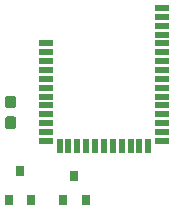
<source format=gbr>
G04 #@! TF.GenerationSoftware,KiCad,Pcbnew,(5.1.0)-1*
G04 #@! TF.CreationDate,2019-05-15T12:27:27+02:00*
G04 #@! TF.ProjectId,expansion,65787061-6e73-4696-9f6e-2e6b69636164,rev?*
G04 #@! TF.SameCoordinates,Original*
G04 #@! TF.FileFunction,Paste,Top*
G04 #@! TF.FilePolarity,Positive*
%FSLAX46Y46*%
G04 Gerber Fmt 4.6, Leading zero omitted, Abs format (unit mm)*
G04 Created by KiCad (PCBNEW (5.1.0)-1) date 2019-05-15 12:27:27*
%MOMM*%
%LPD*%
G04 APERTURE LIST*
%ADD10R,1.200000X0.500000*%
%ADD11R,0.500000X1.200000*%
%ADD12C,0.100000*%
%ADD13C,0.950000*%
%ADD14R,0.800000X0.900000*%
G04 APERTURE END LIST*
D10*
X134000000Y-58775001D03*
X134000000Y-59525001D03*
X134000000Y-60275001D03*
X134000000Y-61025001D03*
X134000000Y-61775001D03*
X134000000Y-62525001D03*
X134000000Y-63275001D03*
X134000000Y-64025001D03*
X134000000Y-64775001D03*
X134000000Y-65525001D03*
X134000000Y-66275001D03*
X134000000Y-67025001D03*
D11*
X135150000Y-67475001D03*
X135900000Y-67475001D03*
X136650000Y-67475001D03*
X137400000Y-67475001D03*
X138150000Y-67475001D03*
X138900000Y-67475001D03*
X139650000Y-67475001D03*
X140400000Y-67475001D03*
X141150000Y-67475001D03*
X141900000Y-67475001D03*
X142650000Y-67475001D03*
D10*
X143800000Y-67025001D03*
X143800000Y-66275001D03*
X143800000Y-65525001D03*
X143800000Y-64775001D03*
X143800000Y-64025001D03*
X143800000Y-63275001D03*
X143800000Y-62525001D03*
X143800000Y-61775001D03*
X143800000Y-61025001D03*
X143800000Y-60275001D03*
X143800000Y-59525001D03*
X143800000Y-58775001D03*
X143800000Y-58025001D03*
X143800000Y-57275001D03*
X143800000Y-56525001D03*
X143800000Y-55775001D03*
D12*
G36*
X131260779Y-63201144D02*
G01*
X131283834Y-63204563D01*
X131306443Y-63210227D01*
X131328387Y-63218079D01*
X131349457Y-63228044D01*
X131369448Y-63240026D01*
X131388168Y-63253910D01*
X131405438Y-63269562D01*
X131421090Y-63286832D01*
X131434974Y-63305552D01*
X131446956Y-63325543D01*
X131456921Y-63346613D01*
X131464773Y-63368557D01*
X131470437Y-63391166D01*
X131473856Y-63414221D01*
X131475000Y-63437500D01*
X131475000Y-64012500D01*
X131473856Y-64035779D01*
X131470437Y-64058834D01*
X131464773Y-64081443D01*
X131456921Y-64103387D01*
X131446956Y-64124457D01*
X131434974Y-64144448D01*
X131421090Y-64163168D01*
X131405438Y-64180438D01*
X131388168Y-64196090D01*
X131369448Y-64209974D01*
X131349457Y-64221956D01*
X131328387Y-64231921D01*
X131306443Y-64239773D01*
X131283834Y-64245437D01*
X131260779Y-64248856D01*
X131237500Y-64250000D01*
X130762500Y-64250000D01*
X130739221Y-64248856D01*
X130716166Y-64245437D01*
X130693557Y-64239773D01*
X130671613Y-64231921D01*
X130650543Y-64221956D01*
X130630552Y-64209974D01*
X130611832Y-64196090D01*
X130594562Y-64180438D01*
X130578910Y-64163168D01*
X130565026Y-64144448D01*
X130553044Y-64124457D01*
X130543079Y-64103387D01*
X130535227Y-64081443D01*
X130529563Y-64058834D01*
X130526144Y-64035779D01*
X130525000Y-64012500D01*
X130525000Y-63437500D01*
X130526144Y-63414221D01*
X130529563Y-63391166D01*
X130535227Y-63368557D01*
X130543079Y-63346613D01*
X130553044Y-63325543D01*
X130565026Y-63305552D01*
X130578910Y-63286832D01*
X130594562Y-63269562D01*
X130611832Y-63253910D01*
X130630552Y-63240026D01*
X130650543Y-63228044D01*
X130671613Y-63218079D01*
X130693557Y-63210227D01*
X130716166Y-63204563D01*
X130739221Y-63201144D01*
X130762500Y-63200000D01*
X131237500Y-63200000D01*
X131260779Y-63201144D01*
X131260779Y-63201144D01*
G37*
D13*
X131000000Y-63725000D03*
D12*
G36*
X131260779Y-64951144D02*
G01*
X131283834Y-64954563D01*
X131306443Y-64960227D01*
X131328387Y-64968079D01*
X131349457Y-64978044D01*
X131369448Y-64990026D01*
X131388168Y-65003910D01*
X131405438Y-65019562D01*
X131421090Y-65036832D01*
X131434974Y-65055552D01*
X131446956Y-65075543D01*
X131456921Y-65096613D01*
X131464773Y-65118557D01*
X131470437Y-65141166D01*
X131473856Y-65164221D01*
X131475000Y-65187500D01*
X131475000Y-65762500D01*
X131473856Y-65785779D01*
X131470437Y-65808834D01*
X131464773Y-65831443D01*
X131456921Y-65853387D01*
X131446956Y-65874457D01*
X131434974Y-65894448D01*
X131421090Y-65913168D01*
X131405438Y-65930438D01*
X131388168Y-65946090D01*
X131369448Y-65959974D01*
X131349457Y-65971956D01*
X131328387Y-65981921D01*
X131306443Y-65989773D01*
X131283834Y-65995437D01*
X131260779Y-65998856D01*
X131237500Y-66000000D01*
X130762500Y-66000000D01*
X130739221Y-65998856D01*
X130716166Y-65995437D01*
X130693557Y-65989773D01*
X130671613Y-65981921D01*
X130650543Y-65971956D01*
X130630552Y-65959974D01*
X130611832Y-65946090D01*
X130594562Y-65930438D01*
X130578910Y-65913168D01*
X130565026Y-65894448D01*
X130553044Y-65874457D01*
X130543079Y-65853387D01*
X130535227Y-65831443D01*
X130529563Y-65808834D01*
X130526144Y-65785779D01*
X130525000Y-65762500D01*
X130525000Y-65187500D01*
X130526144Y-65164221D01*
X130529563Y-65141166D01*
X130535227Y-65118557D01*
X130543079Y-65096613D01*
X130553044Y-65075543D01*
X130565026Y-65055552D01*
X130578910Y-65036832D01*
X130594562Y-65019562D01*
X130611832Y-65003910D01*
X130630552Y-64990026D01*
X130650543Y-64978044D01*
X130671613Y-64968079D01*
X130693557Y-64960227D01*
X130716166Y-64954563D01*
X130739221Y-64951144D01*
X130762500Y-64950000D01*
X131237500Y-64950000D01*
X131260779Y-64951144D01*
X131260779Y-64951144D01*
G37*
D13*
X131000000Y-65475000D03*
D14*
X135450000Y-72000000D03*
X137350000Y-72000000D03*
X136400000Y-70000000D03*
X130850000Y-72000000D03*
X132750000Y-72000000D03*
X131800000Y-69600000D03*
M02*

</source>
